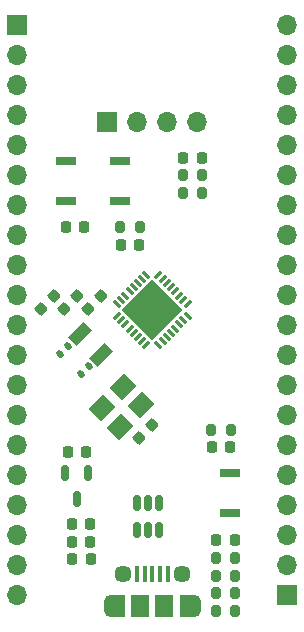
<source format=gbr>
%TF.GenerationSoftware,KiCad,Pcbnew,8.0.4*%
%TF.CreationDate,2025-08-19T18:18:36+02:00*%
%TF.ProjectId,stm32l432kcu6_eval,73746d33-326c-4343-9332-6b6375365f65,rev?*%
%TF.SameCoordinates,Original*%
%TF.FileFunction,Soldermask,Top*%
%TF.FilePolarity,Negative*%
%FSLAX46Y46*%
G04 Gerber Fmt 4.6, Leading zero omitted, Abs format (unit mm)*
G04 Created by KiCad (PCBNEW 8.0.4) date 2025-08-19 18:18:36*
%MOMM*%
%LPD*%
G01*
G04 APERTURE LIST*
G04 Aperture macros list*
%AMRoundRect*
0 Rectangle with rounded corners*
0 $1 Rounding radius*
0 $2 $3 $4 $5 $6 $7 $8 $9 X,Y pos of 4 corners*
0 Add a 4 corners polygon primitive as box body*
4,1,4,$2,$3,$4,$5,$6,$7,$8,$9,$2,$3,0*
0 Add four circle primitives for the rounded corners*
1,1,$1+$1,$2,$3*
1,1,$1+$1,$4,$5*
1,1,$1+$1,$6,$7*
1,1,$1+$1,$8,$9*
0 Add four rect primitives between the rounded corners*
20,1,$1+$1,$2,$3,$4,$5,0*
20,1,$1+$1,$4,$5,$6,$7,0*
20,1,$1+$1,$6,$7,$8,$9,0*
20,1,$1+$1,$8,$9,$2,$3,0*%
%AMRotRect*
0 Rectangle, with rotation*
0 The origin of the aperture is its center*
0 $1 length*
0 $2 width*
0 $3 Rotation angle, in degrees counterclockwise*
0 Add horizontal line*
21,1,$1,$2,0,0,$3*%
G04 Aperture macros list end*
%ADD10R,0.400000X1.350000*%
%ADD11O,1.200000X1.900000*%
%ADD12R,1.200000X1.900000*%
%ADD13C,1.450000*%
%ADD14R,1.500000X1.900000*%
%ADD15R,1.700000X0.800000*%
%ADD16RoundRect,0.225000X0.225000X0.250000X-0.225000X0.250000X-0.225000X-0.250000X0.225000X-0.250000X0*%
%ADD17RoundRect,0.225000X-0.225000X-0.250000X0.225000X-0.250000X0.225000X0.250000X-0.225000X0.250000X0*%
%ADD18RoundRect,0.225000X0.017678X-0.335876X0.335876X-0.017678X-0.017678X0.335876X-0.335876X0.017678X0*%
%ADD19RoundRect,0.200000X-0.200000X-0.275000X0.200000X-0.275000X0.200000X0.275000X-0.200000X0.275000X0*%
%ADD20RoundRect,0.200000X0.200000X0.275000X-0.200000X0.275000X-0.200000X-0.275000X0.200000X-0.275000X0*%
%ADD21RoundRect,0.218750X-0.218750X-0.256250X0.218750X-0.256250X0.218750X0.256250X-0.218750X0.256250X0*%
%ADD22RoundRect,0.062500X-0.176777X-0.265165X0.265165X0.176777X0.176777X0.265165X-0.265165X-0.176777X0*%
%ADD23RoundRect,0.062500X0.176777X-0.265165X0.265165X-0.176777X-0.176777X0.265165X-0.265165X0.176777X0*%
%ADD24RotRect,3.650000X3.650000X45.000000*%
%ADD25RotRect,1.500000X1.700000X135.000000*%
%ADD26RoundRect,0.140000X-0.021213X0.219203X-0.219203X0.021213X0.021213X-0.219203X0.219203X-0.021213X0*%
%ADD27RoundRect,0.218750X0.218750X0.256250X-0.218750X0.256250X-0.218750X-0.256250X0.218750X-0.256250X0*%
%ADD28R,1.700000X1.700000*%
%ADD29O,1.700000X1.700000*%
%ADD30RotRect,1.000000X1.800000X315.000000*%
%ADD31RoundRect,0.150000X-0.150000X0.512500X-0.150000X-0.512500X0.150000X-0.512500X0.150000X0.512500X0*%
G04 APERTURE END LIST*
D10*
%TO.C,J1*%
X148700000Y-122337500D03*
X149350000Y-122337500D03*
X150000000Y-122337500D03*
X150650000Y-122337500D03*
X151300000Y-122337500D03*
D11*
X146500000Y-125037500D03*
D12*
X147100000Y-125037500D03*
D13*
X147500000Y-122337500D03*
D14*
X149000000Y-125037500D03*
X151000000Y-125037500D03*
D13*
X152500000Y-122337500D03*
D12*
X152900000Y-125037500D03*
D11*
X153500000Y-125037500D03*
%TD*%
D15*
%TO.C,S2*%
X147300000Y-87399999D03*
X147300000Y-90800001D03*
%TD*%
%TO.C,S3*%
X156600000Y-117175000D03*
X156600000Y-113775000D03*
%TD*%
D16*
%TO.C,C11*%
X156575000Y-111640000D03*
X155025000Y-111640000D03*
%TD*%
D17*
%TO.C,C9*%
X142700000Y-93000000D03*
X144250000Y-93000000D03*
%TD*%
D18*
%TO.C,C3*%
X148851992Y-110848008D03*
X149948008Y-109751992D03*
%TD*%
D19*
%TO.C,R7*%
X147275000Y-93000000D03*
X148925000Y-93000000D03*
%TD*%
D17*
%TO.C,C2*%
X142825000Y-112000000D03*
X144375000Y-112000000D03*
%TD*%
D18*
%TO.C,C8*%
X140551992Y-99948008D03*
X141648008Y-98851992D03*
%TD*%
D20*
%TO.C,R3*%
X157012500Y-122481250D03*
X155362500Y-122481250D03*
%TD*%
D21*
%TO.C,FB1*%
X143187500Y-119600000D03*
X144762500Y-119600000D03*
%TD*%
D22*
%TO.C,U3*%
X147012474Y-100512652D03*
X147366027Y-100866206D03*
X147719581Y-101219759D03*
X148073134Y-101573313D03*
X148426687Y-101926866D03*
X148780241Y-102280419D03*
X149133794Y-102633973D03*
X149487348Y-102987526D03*
D23*
X150512652Y-102987526D03*
X150866206Y-102633973D03*
X151219759Y-102280419D03*
X151573313Y-101926866D03*
X151926866Y-101573313D03*
X152280419Y-101219759D03*
X152633973Y-100866206D03*
X152987526Y-100512652D03*
D22*
X152987526Y-99487348D03*
X152633973Y-99133794D03*
X152280419Y-98780241D03*
X151926866Y-98426687D03*
X151573313Y-98073134D03*
X151219759Y-97719581D03*
X150866206Y-97366027D03*
X150512652Y-97012474D03*
D23*
X149487348Y-97012474D03*
X149133794Y-97366027D03*
X148780241Y-97719581D03*
X148426687Y-98073134D03*
X148073134Y-98426687D03*
X147719581Y-98780241D03*
X147366027Y-99133794D03*
X147012474Y-99487348D03*
D24*
X150000000Y-100000000D03*
%TD*%
D25*
%TO.C,Y1*%
X147279792Y-109875843D03*
X149075843Y-108079792D03*
X147520208Y-106524157D03*
X145724157Y-108320208D03*
%TD*%
D20*
%TO.C,R5*%
X154212500Y-90100000D03*
X152562500Y-90100000D03*
%TD*%
D19*
%TO.C,R1*%
X155362500Y-123950000D03*
X157012500Y-123950000D03*
%TD*%
D26*
%TO.C,C4*%
X144639411Y-104760589D03*
X143960589Y-105439411D03*
%TD*%
D21*
%TO.C,D2*%
X152600000Y-87100000D03*
X154175000Y-87100000D03*
%TD*%
D26*
%TO.C,C5*%
X142839411Y-103060589D03*
X142160589Y-103739411D03*
%TD*%
D19*
%TO.C,R8*%
X154975000Y-110200000D03*
X156625000Y-110200000D03*
%TD*%
D16*
%TO.C,C1*%
X144750000Y-118100000D03*
X143200000Y-118100000D03*
%TD*%
D27*
%TO.C,F1*%
X144775000Y-121100000D03*
X143200000Y-121100000D03*
%TD*%
D19*
%TO.C,R4*%
X155362500Y-120981250D03*
X157012500Y-120981250D03*
%TD*%
D28*
%TO.C,J4*%
X146190000Y-84100000D03*
D29*
X148730000Y-84100000D03*
X151270000Y-84100000D03*
X153810000Y-84100000D03*
%TD*%
D19*
%TO.C,R6*%
X152562500Y-88600000D03*
X154212500Y-88600000D03*
%TD*%
D18*
%TO.C,C7*%
X142551992Y-99948008D03*
X143648008Y-98851992D03*
%TD*%
D15*
%TO.C,S1*%
X142700000Y-87374999D03*
X142700000Y-90775001D03*
%TD*%
D30*
%TO.C,Y2*%
X143916117Y-102016117D03*
X145683883Y-103783883D03*
%TD*%
D18*
%TO.C,C6*%
X144551992Y-99948008D03*
X145648008Y-98851992D03*
%TD*%
D31*
%TO.C,U1*%
X150599999Y-116362500D03*
X149650000Y-116362500D03*
X148700001Y-116362500D03*
X148700001Y-118637500D03*
X149650000Y-118637500D03*
X150599999Y-118637500D03*
%TD*%
D17*
%TO.C,C10*%
X147325000Y-94500000D03*
X148875000Y-94500000D03*
%TD*%
D31*
%TO.C,U2*%
X144550000Y-113762500D03*
X142650000Y-113762500D03*
X143600000Y-116037500D03*
%TD*%
D19*
%TO.C,R2*%
X155362500Y-125450000D03*
X157012500Y-125450000D03*
%TD*%
D21*
%TO.C,D1*%
X155400000Y-119481250D03*
X156975000Y-119481250D03*
%TD*%
D28*
%TO.C,J2*%
X138570000Y-75870000D03*
D29*
X138570000Y-78410000D03*
X138570000Y-80950000D03*
X138570000Y-83490000D03*
X138570000Y-86030000D03*
X138570000Y-88570000D03*
X138570000Y-91110000D03*
X138570000Y-93650000D03*
X138570000Y-96190000D03*
X138570000Y-98730000D03*
X138570000Y-101270000D03*
X138570000Y-103810000D03*
X138570000Y-106350000D03*
X138570000Y-108890000D03*
X138570000Y-111430000D03*
X138570000Y-113970000D03*
X138570000Y-116510000D03*
X138570000Y-119050000D03*
X138570000Y-121590000D03*
X138570000Y-124130000D03*
%TD*%
D28*
%TO.C,J3*%
X161430000Y-124130000D03*
D29*
X161430000Y-121590000D03*
X161430000Y-119050000D03*
X161430000Y-116510000D03*
X161430000Y-113970000D03*
X161430000Y-111430000D03*
X161430000Y-108890000D03*
X161430000Y-106350000D03*
X161430000Y-103810000D03*
X161430000Y-101270000D03*
X161430000Y-98730000D03*
X161430000Y-96190000D03*
X161430000Y-93650000D03*
X161430000Y-91110000D03*
X161430000Y-88570000D03*
X161430000Y-86030000D03*
X161430000Y-83490000D03*
X161430000Y-80950000D03*
X161430000Y-78410000D03*
X161430000Y-75870000D03*
%TD*%
M02*

</source>
